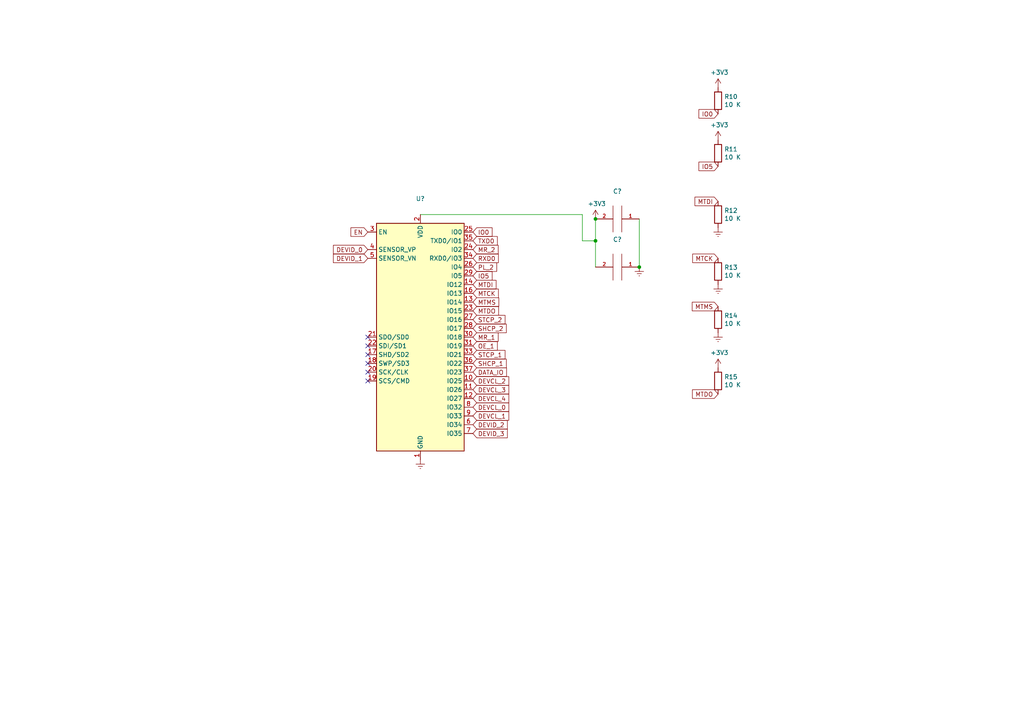
<source format=kicad_sch>
(kicad_sch (version 20211123) (generator eeschema)
  (paper "A4")
  (lib_symbols
    (symbol "Device:R" (pin_numbers hide) (pin_names (offset 0))
      (property "Reference" "R" (at 2.032 0 90))
      (property "Value" "R" (at 0 0 90))
      (symbol "R_0_1"
        (rectangle (start -1.016 -2.54) (end 1.016 2.54) (stroke (width 0.254)))
      )
      (symbol "R_1_1"
        (pin passive line (at 0 3.81 270) (length 1.27) (name "~") (number "1"))
        (pin passive line (at 0 -3.81 90) (length 1.27) (name "~") (number "2"))
      )
    )
    (symbol "RF_Module:ESP32-WROOM-32"
      (property "Reference" "U" (at -12.7 34.29 0))
      (property "Value" "ESP32-WROOM-32" (at 1.27 34.29 0))
      (symbol "ESP32-WROOM-32_0_1"
        (rectangle (start -12.7 33.02) (end 12.7 -33.02) (stroke (width 0.254)) (fill (type background)))
      )
      (symbol "ESP32-WROOM-32_1_1"
        (pin power_in line (at 0 -35.56 90) (length 2.54) (name "GND") (number "1"))
        (pin bidirectional line (at 15.24 -12.7 180) (length 2.54) (name "IO25") (number "10"))
        (pin bidirectional line (at 15.24 -15.24 180) (length 2.54) (name "IO26") (number "11"))
        (pin bidirectional line (at 15.24 -17.78 180) (length 2.54) (name "IO27") (number "12"))
        (pin bidirectional line (at 15.24 10.16 180) (length 2.54) (name "IO14") (number "13"))
        (pin bidirectional line (at 15.24 15.24 180) (length 2.54) (name "IO12") (number "14"))
        (pin passive line (at 0 -35.56 90) (length 2.54) hide (name "GND") (number "15"))
        (pin bidirectional line (at 15.24 12.7 180) (length 2.54) (name "IO13") (number "16"))
        (pin bidirectional line (at -15.24 -5.08 0) (length 2.54) (name "SHD/SD2") (number "17"))
        (pin bidirectional line (at -15.24 -7.62 0) (length 2.54) (name "SWP/SD3") (number "18"))
        (pin bidirectional line (at -15.24 -12.7 0) (length 2.54) (name "SCS/CMD") (number "19"))
        (pin power_in line (at 0 35.56 270) (length 2.54) (name "VDD") (number "2"))
        (pin bidirectional line (at -15.24 -10.16 0) (length 2.54) (name "SCK/CLK") (number "20"))
        (pin bidirectional line (at -15.24 0 0) (length 2.54) (name "SDO/SD0") (number "21"))
        (pin bidirectional line (at -15.24 -2.54 0) (length 2.54) (name "SDI/SD1") (number "22"))
        (pin bidirectional line (at 15.24 7.62 180) (length 2.54) (name "IO15") (number "23"))
        (pin bidirectional line (at 15.24 25.4 180) (length 2.54) (name "IO2") (number "24"))
        (pin bidirectional line (at 15.24 30.48 180) (length 2.54) (name "IO0") (number "25"))
        (pin bidirectional line (at 15.24 20.32 180) (length 2.54) (name "IO4") (number "26"))
        (pin bidirectional line (at 15.24 5.08 180) (length 2.54) (name "IO16") (number "27"))
        (pin bidirectional line (at 15.24 2.54 180) (length 2.54) (name "IO17") (number "28"))
        (pin bidirectional line (at 15.24 17.78 180) (length 2.54) (name "IO5") (number "29"))
        (pin input line (at -15.24 30.48 0) (length 2.54) (name "EN") (number "3"))
        (pin bidirectional line (at 15.24 0 180) (length 2.54) (name "IO18") (number "30"))
        (pin bidirectional line (at 15.24 -2.54 180) (length 2.54) (name "IO19") (number "31"))
        (pin no_connect line (at -12.7 -27.94 0) (length 2.54) hide (name "NC") (number "32"))
        (pin bidirectional line (at 15.24 -5.08 180) (length 2.54) (name "IO21") (number "33"))
        (pin bidirectional line (at 15.24 22.86 180) (length 2.54) (name "RXD0/IO3") (number "34"))
        (pin bidirectional line (at 15.24 27.94 180) (length 2.54) (name "TXD0/IO1") (number "35"))
        (pin bidirectional line (at 15.24 -7.62 180) (length 2.54) (name "IO22") (number "36"))
        (pin bidirectional line (at 15.24 -10.16 180) (length 2.54) (name "IO23") (number "37"))
        (pin passive line (at 0 -35.56 90) (length 2.54) hide (name "GND") (number "38"))
        (pin passive line (at 0 -35.56 90) (length 2.54) hide (name "GND") (number "39"))
        (pin input line (at -15.24 25.4 0) (length 2.54) (name "SENSOR_VP") (number "4"))
        (pin input line (at -15.24 22.86 0) (length 2.54) (name "SENSOR_VN") (number "5"))
        (pin input line (at 15.24 -25.4 180) (length 2.54) (name "IO34") (number "6"))
        (pin input line (at 15.24 -27.94 180) (length 2.54) (name "IO35") (number "7"))
        (pin bidirectional line (at 15.24 -20.32 180) (length 2.54) (name "IO32") (number "8"))
        (pin bidirectional line (at 15.24 -22.86 180) (length 2.54) (name "IO33") (number "9"))
      )
    )
    (symbol "base_controller-rescue:+3.3V-power" (power) (pin_names (offset 0))
      (property "Value" "+3.3V-power" (at 0 3.556 0))
      (symbol "+3.3V-power_0_1"
        (polyline (pts (xy -0.762 1.27) (xy 0 2.54)))
        (polyline (pts (xy 0 0) (xy 0 2.54)))
        (polyline (pts (xy 0 2.54) (xy 0.762 1.27)))
      )
      (symbol "+3.3V-power_1_1"
        (pin power_in line (at 0 0 90) (length 0) hide (name "+3V3") (number "1"))
      )
    )
    (symbol "power:Earth" (power) (pin_names (offset 0))
      (symbol "Earth_0_1"
        (polyline (pts (xy -0.635 -1.905) (xy 0.635 -1.905)))
        (polyline (pts (xy -0.127 -2.54) (xy 0.127 -2.54)))
        (polyline (pts (xy 0 -1.27) (xy 0 0)))
        (polyline (pts (xy 1.27 -1.27) (xy -1.27 -1.27)))
      )
      (symbol "Earth_1_1"
        (pin power_in line (at 0 0 270) (length 0) hide (name "Earth") (number "1"))
      )
    )
    (symbol "pspice:C" (pin_names (offset 0.254))
      (property "Reference" "C" (at 2.54 3.81 90))
      (property "Value" "C" (at 2.54 -3.81 90))
      (symbol "C_0_1"
        (polyline (pts (xy -3.81 -1.27) (xy 3.81 -1.27)))
        (polyline (pts (xy -3.81 1.27) (xy 3.81 1.27)))
      )
      (symbol "C_1_1"
        (pin passive line (at 0 6.35 270) (length 5.08) (name "~") (number "1"))
        (pin passive line (at 0 -6.35 90) (length 5.08) (name "~") (number "2"))
      )
    )
  )
  (junction (at 172.72 63.5))
  (junction (at 172.72 69.85))
  (junction (at 185.42 77.47))
  (no_connect (at 106.68 110.49))
  (no_connect (at 106.68 97.79))
  (no_connect (at 106.68 100.33))
  (no_connect (at 106.68 107.95))
  (no_connect (at 106.68 105.41))
  (no_connect (at 106.68 102.87))
  (wire (pts (xy 172.72 63.5) (xy 172.72 69.85)))
  (wire (pts (xy 121.92 62.23) (xy 168.91 62.23)))
  (wire (pts (xy 168.91 69.85) (xy 172.72 69.85)))
  (wire (pts (xy 168.91 62.23) (xy 168.91 69.85)))
  (wire (pts (xy 185.42 77.47) (xy 185.42 63.5)))
  (wire (pts (xy 172.72 69.85) (xy 172.72 77.47)))
  (global_label "DEVCL_1" (shape input) (at 137.16 120.65 0) (property "Intersheet References" "${INTERSHEET_REFS}" (effects hide)))
  (global_label "PL_2" (shape input) (at 137.16 77.47 0) (property "Intersheet References" "${INTERSHEET_REFS}" (effects hide)))
  (global_label "MTCK" (shape input) (at 208.28 74.93 180) (property "Intersheet References" "${INTERSHEET_REFS}" (effects hide)))
  (global_label "EN" (shape input) (at 106.68 67.31 180) (property "Intersheet References" "${INTERSHEET_REFS}" (effects hide)))
  (global_label "SHCP_1" (shape input) (at 137.16 105.41 0) (property "Intersheet References" "${INTERSHEET_REFS}" (effects hide)))
  (global_label "IO0" (shape input) (at 208.28 33.02 180) (property "Intersheet References" "${INTERSHEET_REFS}" (effects hide)))
  (global_label "IO5" (shape input) (at 137.16 80.01 0) (property "Intersheet References" "${INTERSHEET_REFS}" (effects hide)))
  (global_label "IO0" (shape input) (at 137.16 67.31 0) (property "Intersheet References" "${INTERSHEET_REFS}" (effects hide)))
  (global_label "STCP_2" (shape input) (at 137.16 92.71 0) (property "Intersheet References" "${INTERSHEET_REFS}" (effects hide)))
  (global_label "MTCK" (shape input) (at 137.16 85.09 0) (property "Intersheet References" "${INTERSHEET_REFS}" (effects hide)))
  (global_label "DATA_IO" (shape input) (at 137.16 107.95 0) (property "Intersheet References" "${INTERSHEET_REFS}" (effects hide)))
  (global_label "SHCP_2" (shape input) (at 137.16 95.25 0) (property "Intersheet References" "${INTERSHEET_REFS}" (effects hide)))
  (global_label "IO5" (shape input) (at 208.28 48.26 180) (property "Intersheet References" "${INTERSHEET_REFS}" (effects hide)))
  (global_label "MTDI" (shape input) (at 137.16 82.55 0) (property "Intersheet References" "${INTERSHEET_REFS}" (effects hide)))
  (global_label "DEVID_3" (shape input) (at 137.16 125.73 0) (property "Intersheet References" "${INTERSHEET_REFS}" (effects hide)))
  (global_label "OE_1" (shape input) (at 137.16 100.33 0) (property "Intersheet References" "${INTERSHEET_REFS}" (effects hide)))
  (global_label "DEVID_1" (shape input) (at 106.68 74.93 180) (property "Intersheet References" "${INTERSHEET_REFS}" (effects hide)))
  (global_label "TXD0" (shape input) (at 137.16 69.85 0) (property "Intersheet References" "${INTERSHEET_REFS}" (effects hide)))
  (global_label "DEVID_2" (shape input) (at 137.16 123.19 0) (property "Intersheet References" "${INTERSHEET_REFS}" (effects hide)))
  (global_label "MTDI" (shape input) (at 208.28 58.42 180) (property "Intersheet References" "${INTERSHEET_REFS}" (effects hide)))
  (global_label "MTDO" (shape input) (at 137.16 90.17 0) (property "Intersheet References" "${INTERSHEET_REFS}" (effects hide)))
  (global_label "DEVCL_0" (shape input) (at 137.16 118.11 0) (property "Intersheet References" "${INTERSHEET_REFS}" (effects hide)))
  (global_label "DEVCL_3" (shape input) (at 137.16 113.03 0) (property "Intersheet References" "${INTERSHEET_REFS}" (effects hide)))
  (global_label "MTDO" (shape input) (at 208.28 114.3 180) (property "Intersheet References" "${INTERSHEET_REFS}" (effects hide)))
  (global_label "MTMS" (shape input) (at 137.16 87.63 0) (property "Intersheet References" "${INTERSHEET_REFS}" (effects hide)))
  (global_label "DEVCL_4" (shape input) (at 137.16 115.57 0) (property "Intersheet References" "${INTERSHEET_REFS}" (effects hide)))
  (global_label "DEVID_0" (shape input) (at 106.68 72.39 180) (property "Intersheet References" "${INTERSHEET_REFS}" (effects hide)))
  (global_label "DEVCL_2" (shape input) (at 137.16 110.49 0) (property "Intersheet References" "${INTERSHEET_REFS}" (effects hide)))
  (global_label "MR_1" (shape input) (at 137.16 97.79 0) (property "Intersheet References" "${INTERSHEET_REFS}" (effects hide)))
  (global_label "MR_2" (shape input) (at 137.16 72.39 0) (property "Intersheet References" "${INTERSHEET_REFS}" (effects hide)))
  (global_label "RXD0" (shape input) (at 137.16 74.93 0) (property "Intersheet References" "${INTERSHEET_REFS}" (effects hide)))
  (global_label "MTMS" (shape input) (at 208.28 88.9 180) (property "Intersheet References" "${INTERSHEET_REFS}" (effects hide)))
  (global_label "STCP_1" (shape input) (at 137.16 102.87 0) (property "Intersheet References" "${INTERSHEET_REFS}" (effects hide)))
  (symbol (lib_id "RF_Module:ESP32-WROOM-32") (at 121.92 97.79 0) (unit 1)
    (property "Reference" "U?" (at 121.92 57.6326 0))
    (property "Datasheet" "https://www.espressif.com/sites/default/files/documentation/esp32-wroom-32_datasheet_en.pdf" (effects hide))
  )
  (symbol (lib_id "power:Earth") (at 121.92 133.35 0) (unit 1)
    (property "Reference" "#PWR?" (effects hide))
  )
  (symbol (lib_id "pspice:C") (at 179.07 63.5 270) (unit 1)
    (property "Reference" "C?" (at 179.07 55.499 90))
  )
  (symbol (lib_id "pspice:C") (at 179.07 77.47 270) (unit 1)
    (property "Reference" "C?" (at 179.07 69.469 90))
  )
  (symbol (lib_id "base_controller-rescue:+3.3V-power") (at 172.72 63.5 0) (unit 1)
    (property "Reference" "#PWR?" (effects hide))
  )
  (symbol (lib_id "power:Earth") (at 185.42 77.47 0) (unit 1)
    (property "Reference" "#PWR?" (effects hide))
  )
  (symbol (lib_id "Device:R") (at 208.28 29.21 0) (unit 1)
    (property "Reference" "R10" (at 210.058 28.0416 0) (effects (justify left)))
    (property "Value" "10 K" (at 210.058 30.353 0) (effects (justify left)))
    (property "Footprint" "Resistor_SMD:R_0805_2012Metric_Pad1.20x1.40mm_HandSolder" (effects hide))
  )
  (symbol (lib_id "base_controller-rescue:+3.3V-power") (at 208.28 25.4 0) (unit 1)
    (property "Reference" "#PWR0130" (effects hide))
    (property "Value" "+3.3V" (at 208.661 21.0058 0))
  )
  (symbol (lib_id "Device:R") (at 208.28 44.45 0) (unit 1)
    (property "Reference" "R11" (at 210.058 43.2816 0) (effects (justify left)))
    (property "Value" "10 K" (at 210.058 45.593 0) (effects (justify left)))
    (property "Footprint" "Resistor_SMD:R_0805_2012Metric_Pad1.20x1.40mm_HandSolder" (effects hide))
  )
  (symbol (lib_id "base_controller-rescue:+3.3V-power") (at 208.28 40.64 0) (unit 1)
    (property "Reference" "#PWR0131" (effects hide))
    (property "Value" "+3.3V" (at 208.661 36.2458 0))
  )
  (symbol (lib_id "Device:R") (at 208.28 62.23 0) (unit 1)
    (property "Reference" "R12" (at 210.058 61.0616 0) (effects (justify left)))
    (property "Value" "10 K" (at 210.058 63.373 0) (effects (justify left)))
    (property "Footprint" "Resistor_SMD:R_0805_2012Metric_Pad1.20x1.40mm_HandSolder" (effects hide))
  )
  (symbol (lib_id "power:Earth") (at 208.28 66.04 0) (unit 1)
    (property "Reference" "#PWR0132" (effects hide))
    (property "Value" "Earth" (effects hide))
  )
  (symbol (lib_id "Device:R") (at 208.28 78.74 0) (unit 1)
    (property "Reference" "R13" (at 210.058 77.5716 0) (effects (justify left)))
    (property "Value" "10 K" (at 210.058 79.883 0) (effects (justify left)))
    (property "Footprint" "Resistor_SMD:R_0805_2012Metric_Pad1.20x1.40mm_HandSolder" (effects hide))
  )
  (symbol (lib_id "power:Earth") (at 208.28 82.55 0) (unit 1)
    (property "Reference" "#PWR0133" (effects hide))
    (property "Value" "Earth" (effects hide))
  )
  (symbol (lib_id "Device:R") (at 208.28 92.71 0) (unit 1)
    (property "Reference" "R14" (at 210.058 91.5416 0) (effects (justify left)))
    (property "Value" "10 K" (at 210.058 93.853 0) (effects (justify left)))
    (property "Footprint" "Resistor_SMD:R_0805_2012Metric_Pad1.20x1.40mm_HandSolder" (effects hide))
  )
  (symbol (lib_id "power:Earth") (at 208.28 96.52 0) (unit 1)
    (property "Reference" "#PWR0134" (effects hide))
    (property "Value" "Earth" (effects hide))
  )
  (symbol (lib_id "Device:R") (at 208.28 110.49 0) (unit 1)
    (property "Reference" "R15" (at 210.058 109.3216 0) (effects (justify left)))
    (property "Value" "10 K" (at 210.058 111.633 0) (effects (justify left)))
    (property "Footprint" "Resistor_SMD:R_0805_2012Metric_Pad1.20x1.40mm_HandSolder" (effects hide))
  )
  (symbol (lib_id "base_controller-rescue:+3.3V-power") (at 208.28 106.68 0) (unit 1)
    (property "Reference" "#PWR0135" (effects hide))
    (property "Value" "+3.3V" (at 208.661 102.2858 0))
  )
)
</source>
